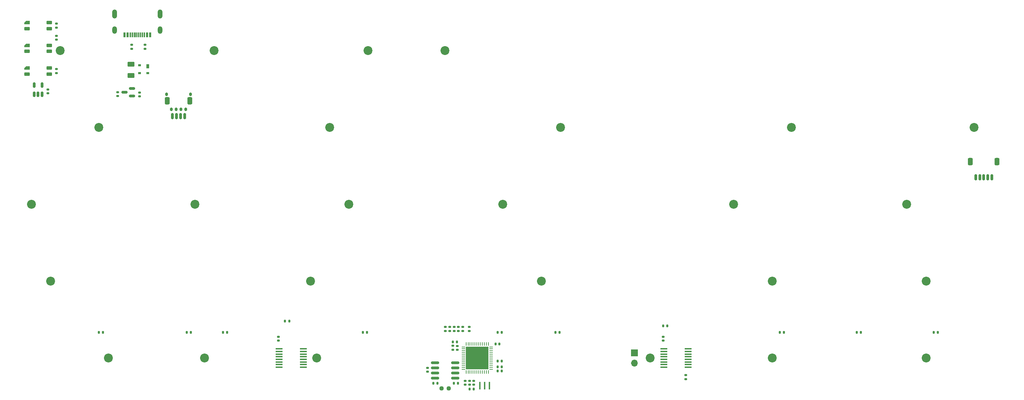
<source format=gbr>
%TF.GenerationSoftware,KiCad,Pcbnew,(7.0.0)*%
%TF.CreationDate,2023-09-28T15:11:26+02:00*%
%TF.ProjectId,the-nicholas-van,7468652d-6e69-4636-986f-6c61732d7661,rev?*%
%TF.SameCoordinates,Original*%
%TF.FileFunction,Soldermask,Bot*%
%TF.FilePolarity,Negative*%
%FSLAX46Y46*%
G04 Gerber Fmt 4.6, Leading zero omitted, Abs format (unit mm)*
G04 Created by KiCad (PCBNEW (7.0.0)) date 2023-09-28 15:11:26*
%MOMM*%
%LPD*%
G01*
G04 APERTURE LIST*
G04 Aperture macros list*
%AMRoundRect*
0 Rectangle with rounded corners*
0 $1 Rounding radius*
0 $2 $3 $4 $5 $6 $7 $8 $9 X,Y pos of 4 corners*
0 Add a 4 corners polygon primitive as box body*
4,1,4,$2,$3,$4,$5,$6,$7,$8,$9,$2,$3,0*
0 Add four circle primitives for the rounded corners*
1,1,$1+$1,$2,$3*
1,1,$1+$1,$4,$5*
1,1,$1+$1,$6,$7*
1,1,$1+$1,$8,$9*
0 Add four rect primitives between the rounded corners*
20,1,$1+$1,$2,$3,$4,$5,0*
20,1,$1+$1,$4,$5,$6,$7,0*
20,1,$1+$1,$6,$7,$8,$9,0*
20,1,$1+$1,$8,$9,$2,$3,0*%
%AMFreePoly0*
4,1,18,-0.410000,0.593000,-0.403758,0.624380,-0.385983,0.650983,-0.359380,0.668758,-0.328000,0.675000,0.328000,0.675000,0.359380,0.668758,0.385983,0.650983,0.403758,0.624380,0.410000,0.593000,0.410000,-0.593000,0.403758,-0.624380,0.385983,-0.650983,0.359380,-0.668758,0.328000,-0.675000,0.000000,-0.675000,-0.410000,-0.265000,-0.410000,0.593000,-0.410000,0.593000,$1*%
G04 Aperture macros list end*
%ADD10C,2.200000*%
%ADD11RoundRect,0.140000X-0.170000X0.140000X-0.170000X-0.140000X0.170000X-0.140000X0.170000X0.140000X0*%
%ADD12RoundRect,0.135000X-0.185000X0.135000X-0.185000X-0.135000X0.185000X-0.135000X0.185000X0.135000X0*%
%ADD13RoundRect,0.135000X-0.135000X-0.185000X0.135000X-0.185000X0.135000X0.185000X-0.135000X0.185000X0*%
%ADD14RoundRect,0.135000X0.135000X0.185000X-0.135000X0.185000X-0.135000X-0.185000X0.135000X-0.185000X0*%
%ADD15R,0.400000X1.900000*%
%ADD16RoundRect,0.140000X0.170000X-0.140000X0.170000X0.140000X-0.170000X0.140000X-0.170000X-0.140000X0*%
%ADD17RoundRect,0.062500X0.062500X-0.375000X0.062500X0.375000X-0.062500X0.375000X-0.062500X-0.375000X0*%
%ADD18RoundRect,0.062500X0.375000X-0.062500X0.375000X0.062500X-0.375000X0.062500X-0.375000X-0.062500X0*%
%ADD19R,5.600000X5.600000*%
%ADD20R,1.778000X0.419100*%
%ADD21R,1.700000X1.700000*%
%ADD22O,1.700000X1.700000*%
%ADD23RoundRect,0.150000X-0.150000X-0.625000X0.150000X-0.625000X0.150000X0.625000X-0.150000X0.625000X0*%
%ADD24RoundRect,0.250000X-0.350000X-0.650000X0.350000X-0.650000X0.350000X0.650000X-0.350000X0.650000X0*%
%ADD25R,0.700000X1.000000*%
%ADD26R,0.700000X0.600000*%
%ADD27RoundRect,0.250000X-0.625000X0.375000X-0.625000X-0.375000X0.625000X-0.375000X0.625000X0.375000X0*%
%ADD28RoundRect,0.082000X-0.593000X0.328000X-0.593000X-0.328000X0.593000X-0.328000X0.593000X0.328000X0*%
%ADD29FreePoly0,270.000000*%
%ADD30RoundRect,0.150000X-0.825000X-0.150000X0.825000X-0.150000X0.825000X0.150000X-0.825000X0.150000X0*%
%ADD31RoundRect,0.150000X0.587500X0.150000X-0.587500X0.150000X-0.587500X-0.150000X0.587500X-0.150000X0*%
%ADD32R,0.600000X1.300000*%
%ADD33R,0.300000X1.300000*%
%ADD34O,1.200000X2.250000*%
%ADD35O,1.200000X1.850000*%
%ADD36RoundRect,0.150000X0.150000X-0.512500X0.150000X0.512500X-0.150000X0.512500X-0.150000X-0.512500X0*%
%ADD37RoundRect,0.140000X-0.140000X-0.170000X0.140000X-0.170000X0.140000X0.170000X-0.140000X0.170000X0*%
%ADD38RoundRect,0.135000X0.185000X-0.135000X0.185000X0.135000X-0.185000X0.135000X-0.185000X-0.135000X0*%
%ADD39RoundRect,0.140000X0.140000X0.170000X-0.140000X0.170000X-0.140000X-0.170000X0.140000X-0.170000X0*%
%ADD40RoundRect,0.150000X-0.150000X-0.275000X0.150000X-0.275000X0.150000X0.275000X-0.150000X0.275000X0*%
%ADD41RoundRect,0.175000X-0.175000X-0.225000X0.175000X-0.225000X0.175000X0.225000X-0.175000X0.225000X0*%
%ADD42RoundRect,0.237500X0.250000X0.237500X-0.250000X0.237500X-0.250000X-0.237500X0.250000X-0.237500X0*%
G04 APERTURE END LIST*
D10*
%TO.C,H7*%
X161925000Y-77787500D03*
%TD*%
%TO.C,H22*%
X73818750Y-134937500D03*
%TD*%
%TO.C,H26*%
X252412500Y-134937500D03*
%TD*%
%TO.C,H13*%
X147637500Y-96837500D03*
%TD*%
%TO.C,H8*%
X219075000Y-77787500D03*
%TD*%
%TO.C,H19*%
X214312500Y-115887500D03*
%TD*%
%TO.C,H3*%
X114300000Y-58737500D03*
%TD*%
%TO.C,H18*%
X157162500Y-115887500D03*
%TD*%
%TO.C,H16*%
X35718750Y-115887500D03*
%TD*%
%TO.C,H25*%
X214312500Y-134937500D03*
%TD*%
%TO.C,H24*%
X184150000Y-134937500D03*
%TD*%
%TO.C,H1*%
X38100000Y-58737500D03*
%TD*%
%TO.C,H20*%
X252412500Y-115887500D03*
%TD*%
%TO.C,H17*%
X100012500Y-115887500D03*
%TD*%
%TO.C,H9*%
X264318750Y-77787500D03*
%TD*%
%TO.C,H11*%
X71437500Y-96837500D03*
%TD*%
%TO.C,H2*%
X76200000Y-58737500D03*
%TD*%
%TO.C,H10*%
X30956250Y-96837500D03*
%TD*%
%TO.C,H14*%
X204787500Y-96837500D03*
%TD*%
%TO.C,H21*%
X50006250Y-134937500D03*
%TD*%
%TO.C,H5*%
X47625000Y-77787500D03*
%TD*%
%TO.C,H23*%
X101600000Y-134937500D03*
%TD*%
%TO.C,H12*%
X109537500Y-96837500D03*
%TD*%
%TO.C,H15*%
X247650000Y-96837500D03*
%TD*%
%TO.C,H6*%
X104775000Y-77787500D03*
%TD*%
%TO.C,H4*%
X133350000Y-58737500D03*
%TD*%
D11*
%TO.C,C6*%
X139442322Y-140577223D03*
X139442322Y-141537223D03*
%TD*%
D12*
%TO.C,R6*%
X137707458Y-127253239D03*
X137707458Y-128273239D03*
%TD*%
D13*
%TO.C,R15*%
X69389148Y-128587500D03*
X70409148Y-128587500D03*
%TD*%
%TO.C,R24*%
X216183750Y-128587500D03*
X217203750Y-128587500D03*
%TD*%
D12*
%TO.C,R4*%
X135578946Y-127225266D03*
X135578946Y-128245266D03*
%TD*%
D14*
%TO.C,R19*%
X131478750Y-141193750D03*
X130458750Y-141193750D03*
%TD*%
D15*
%TO.C,Y1*%
X141957463Y-141748284D03*
X143157463Y-141748284D03*
X144357463Y-141748284D03*
%TD*%
D16*
%TO.C,C15*%
X37100000Y-53032500D03*
X37100000Y-52072500D03*
%TD*%
D13*
%TO.C,R26*%
X254283750Y-128577309D03*
X255303750Y-128577309D03*
%TD*%
D17*
%TO.C,U1*%
X144037500Y-138375000D03*
X143537500Y-138375000D03*
X143037500Y-138375000D03*
X142537500Y-138375000D03*
X142037500Y-138375000D03*
X141537500Y-138375000D03*
X141037500Y-138375000D03*
X140537500Y-138375000D03*
X140037500Y-138375000D03*
X139537500Y-138375000D03*
X139037500Y-138375000D03*
X138537500Y-138375000D03*
D18*
X137850000Y-137687500D03*
X137850000Y-137187500D03*
X137850000Y-136687500D03*
X137850000Y-136187500D03*
X137850000Y-135687500D03*
X137850000Y-135187500D03*
X137850000Y-134687500D03*
X137850000Y-134187500D03*
X137850000Y-133687500D03*
X137850000Y-133187500D03*
X137850000Y-132687500D03*
X137850000Y-132187500D03*
D17*
X138537500Y-131500000D03*
X139037500Y-131500000D03*
X139537500Y-131500000D03*
X140037500Y-131500000D03*
X140537500Y-131500000D03*
X141037500Y-131500000D03*
X141537500Y-131500000D03*
X142037500Y-131500000D03*
X142537500Y-131500000D03*
X143037500Y-131500000D03*
X143537500Y-131500000D03*
X144037500Y-131500000D03*
D18*
X144725000Y-132187500D03*
X144725000Y-132687500D03*
X144725000Y-133187500D03*
X144725000Y-133687500D03*
X144725000Y-134187500D03*
X144725000Y-134687500D03*
X144725000Y-135187500D03*
X144725000Y-135687500D03*
X144725000Y-136187500D03*
X144725000Y-136687500D03*
X144725000Y-137187500D03*
X144725000Y-137687500D03*
D19*
X141287499Y-134937499D03*
%TD*%
D11*
%TO.C,C13*%
X138345929Y-140577223D03*
X138345929Y-141537223D03*
%TD*%
D12*
%TO.C,R12*%
X55753000Y-57275000D03*
X55753000Y-58295000D03*
%TD*%
D20*
%TO.C,U6*%
X193474339Y-132664199D03*
X193474339Y-133314439D03*
X193474339Y-133964679D03*
X193474339Y-134614919D03*
X193474339Y-135260079D03*
X193474339Y-135910319D03*
X193474339Y-136560559D03*
X193474339Y-137210799D03*
X187525659Y-137210799D03*
X187525659Y-136560559D03*
X187525659Y-135910319D03*
X187525659Y-135260079D03*
X187525659Y-134614919D03*
X187525659Y-133964679D03*
X187525659Y-133314439D03*
X187525659Y-132664199D03*
%TD*%
D21*
%TO.C,SW1*%
X180181249Y-133662499D03*
D22*
X180181249Y-136202499D03*
%TD*%
D23*
%TO.C,J1*%
X65843750Y-75025000D03*
X66843750Y-75025000D03*
X67843750Y-75025000D03*
X68843750Y-75025000D03*
D24*
X64543750Y-71150000D03*
X70143750Y-71150000D03*
%TD*%
D14*
%TO.C,R17*%
X94752704Y-125829190D03*
X93732704Y-125829190D03*
%TD*%
D25*
%TO.C,D1*%
X59735620Y-62604971D03*
D26*
X59735620Y-64304971D03*
X57735620Y-64304971D03*
X57735620Y-62404971D03*
%TD*%
D20*
%TO.C,U4*%
X98224339Y-132664199D03*
X98224339Y-133314439D03*
X98224339Y-133964679D03*
X98224339Y-134614919D03*
X98224339Y-135260079D03*
X98224339Y-135910319D03*
X98224339Y-136560559D03*
X98224339Y-137210799D03*
X92275659Y-137210799D03*
X92275659Y-136560559D03*
X92275659Y-135910319D03*
X92275659Y-135260079D03*
X92275659Y-134614919D03*
X92275659Y-133964679D03*
X92275659Y-133314439D03*
X92275659Y-132664199D03*
%TD*%
D23*
%TO.C,J4*%
X264700000Y-90106250D03*
X265700000Y-90106250D03*
X266700000Y-90106250D03*
X267700000Y-90106250D03*
X268700000Y-90106250D03*
D24*
X263400000Y-86231250D03*
X270000000Y-86231250D03*
%TD*%
D12*
%TO.C,R5*%
X136652000Y-127235871D03*
X136652000Y-128255871D03*
%TD*%
D14*
%TO.C,R21*%
X161641250Y-128587500D03*
X160621250Y-128587500D03*
%TD*%
D11*
%TO.C,C7*%
X140445929Y-140584658D03*
X140445929Y-141544658D03*
%TD*%
D12*
%TO.C,R3*%
X134493000Y-127226234D03*
X134493000Y-128246234D03*
%TD*%
D13*
%TO.C,R11*%
X146333750Y-135731250D03*
X147353750Y-135731250D03*
%TD*%
D27*
%TO.C,F_USBC1*%
X55562500Y-62100000D03*
X55562500Y-64900000D03*
%TD*%
D13*
%TO.C,R8*%
X139439723Y-142663937D03*
X140459723Y-142663937D03*
%TD*%
D28*
%TO.C,LED1*%
X35325000Y-64567500D03*
X35325000Y-63067500D03*
X29875000Y-64567500D03*
D29*
X29874999Y-63067499D03*
%TD*%
D13*
%TO.C,R16*%
X47625000Y-128587500D03*
X48645000Y-128587500D03*
%TD*%
D16*
%TO.C,C1*%
X136331787Y-132911388D03*
X136331787Y-131951388D03*
%TD*%
%TO.C,C17*%
X37100000Y-64297500D03*
X37100000Y-63337500D03*
%TD*%
D28*
%TO.C,LED3*%
X35324000Y-53302500D03*
X35324000Y-51802500D03*
X29874000Y-53302500D03*
D29*
X29873999Y-51802499D03*
%TD*%
D14*
%TO.C,R18*%
X114009913Y-128577309D03*
X112989913Y-128577309D03*
%TD*%
D12*
%TO.C,R13*%
X59055000Y-57275000D03*
X59055000Y-58295000D03*
%TD*%
D30*
%TO.C,U5*%
X130875000Y-139923750D03*
X130875000Y-138653750D03*
X130875000Y-137383750D03*
X130875000Y-136113750D03*
X135825000Y-136113750D03*
X135825000Y-137383750D03*
X135825000Y-138653750D03*
X135825000Y-139923750D03*
%TD*%
D13*
%TO.C,R25*%
X235233750Y-128587500D03*
X236253750Y-128587500D03*
%TD*%
D31*
%TO.C,U2*%
X55854439Y-68106250D03*
X55854439Y-70006250D03*
X53979439Y-69056250D03*
%TD*%
D11*
%TO.C,C8*%
X52313712Y-69068759D03*
X52313712Y-70028759D03*
%TD*%
D32*
%TO.C,J3*%
X53949999Y-54799999D03*
X54749999Y-54799999D03*
D33*
X55899999Y-54799999D03*
X56899999Y-54799999D03*
X57399999Y-54799999D03*
X58399999Y-54799999D03*
D32*
X59549999Y-54799999D03*
X60349999Y-54799999D03*
D33*
X58899999Y-54799999D03*
X57899999Y-54799999D03*
X56399999Y-54799999D03*
X55399999Y-54799999D03*
D34*
X51529999Y-49649999D03*
D35*
X51529999Y-53649999D03*
D34*
X62769999Y-49649999D03*
D35*
X62769999Y-53649999D03*
%TD*%
D16*
%TO.C,C9*%
X57702555Y-70069871D03*
X57702555Y-69109871D03*
%TD*%
D36*
%TO.C,U3*%
X33550000Y-69547375D03*
X32600000Y-69547375D03*
X31650000Y-69547375D03*
X31650000Y-67272375D03*
X33550000Y-67272375D03*
%TD*%
D13*
%TO.C,R20*%
X187323000Y-127000000D03*
X188343000Y-127000000D03*
%TD*%
D16*
%TO.C,C16*%
X37115180Y-56042500D03*
X37115180Y-55082500D03*
%TD*%
D37*
%TO.C,C5*%
X146375680Y-137121052D03*
X147335680Y-137121052D03*
%TD*%
D16*
%TO.C,C12*%
X129007714Y-138333131D03*
X129007714Y-137373131D03*
%TD*%
D28*
%TO.C,LED2*%
X35324000Y-58935000D03*
X35324000Y-57435000D03*
X29874000Y-58935000D03*
D29*
X29873999Y-57434999D03*
%TD*%
D38*
%TO.C,R1*%
X139319000Y-128271660D03*
X139319000Y-127251660D03*
%TD*%
D14*
%TO.C,R22*%
X147353750Y-128587500D03*
X146333750Y-128587500D03*
%TD*%
D37*
%TO.C,C2*%
X146386593Y-138167485D03*
X147346593Y-138167485D03*
%TD*%
D39*
%TO.C,C3*%
X136243000Y-130937000D03*
X135283000Y-130937000D03*
%TD*%
D13*
%TO.C,R7*%
X135505000Y-141193750D03*
X136525000Y-141193750D03*
%TD*%
D37*
%TO.C,C4*%
X145851250Y-131481250D03*
X146811250Y-131481250D03*
%TD*%
D12*
%TO.C,R9*%
X135252011Y-131903511D03*
X135252011Y-132923511D03*
%TD*%
D40*
%TO.C,J2*%
X65543750Y-73312500D03*
X66743750Y-73312500D03*
X67943750Y-73312500D03*
X69143750Y-73312500D03*
D41*
X64393750Y-69537500D03*
X70293750Y-69537500D03*
%TD*%
D14*
%TO.C,R10*%
X79375000Y-128587500D03*
X78355000Y-128587500D03*
%TD*%
D12*
%TO.C,R2*%
X133428916Y-127218308D03*
X133428916Y-128238308D03*
%TD*%
D16*
%TO.C,C11*%
X92075000Y-130655000D03*
X92075000Y-129695000D03*
%TD*%
%TO.C,C14*%
X187325000Y-130655000D03*
X187325000Y-129695000D03*
%TD*%
D12*
%TO.C,R23*%
X192881250Y-139190000D03*
X192881250Y-140210000D03*
%TD*%
D42*
%TO.C,JP1*%
X134279692Y-142496607D03*
X132454692Y-142496607D03*
%TD*%
D11*
%TO.C,C18*%
X35052000Y-68354000D03*
X35052000Y-69314000D03*
%TD*%
M02*

</source>
